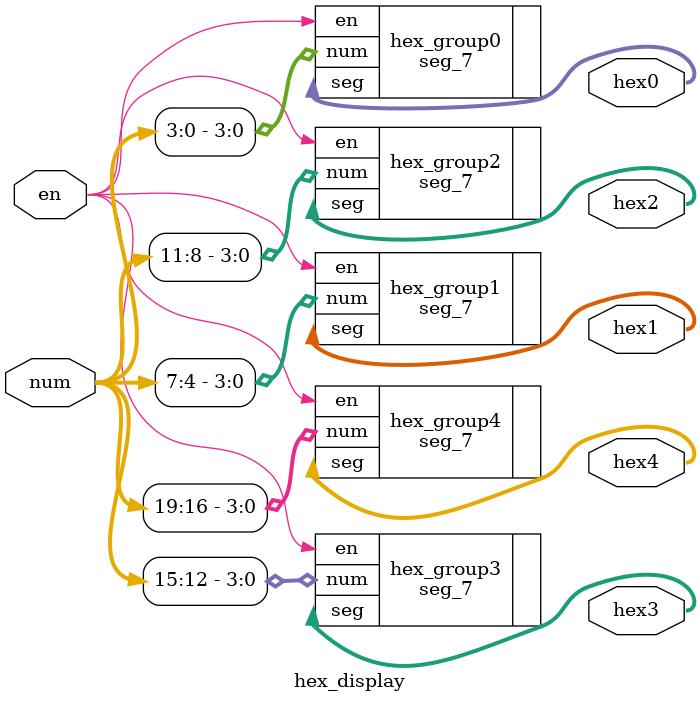
<source format=v>
/*
 *  Copyright (c) 2009  Zeus Gomez Marmolejo <zeus@opencores.org>
 *
 *  This file is part of the Zet processor. This processor is free
 *  hardware; you can redistribute it and/or modify it under the terms of
 *  the GNU General Public License as published by the Free Software
 *  Foundation; either version 3, or (at your option) any later version.
 *
 *  Zet is distrubuted in the hope that it will be useful, but WITHOUT
 *  ANY WARRANTY; without even the implied warranty of MERCHANTABILITY
 *  or FITNESS FOR A PARTICULAR PURPOSE. See the GNU General Public
 *  License for more details.
 *
 *  You should have received a copy of the GNU General Public License
 *  along with Zet; see the file COPYING. If not, see
 *  <http://www.gnu.org/licenses/>.
 */

module hex_display (
    input  [19:0] num,
    input         en,

    output [6:0] hex0,
    output [6:0] hex1,
    output [6:0] hex2,
    output [6:0] hex3,
	 output [6:0] hex4
  );

  // Module instantiations
  seg_7 hex_group0 (
    .num (num[3:0]),
    .en  (en),
    .seg (hex0)
  );

  seg_7 hex_group1 (
    .num (num[7:4]),
    .en  (en),
    .seg (hex1)
  );

  seg_7 hex_group2 (
    .num (num[11:8]),
    .en  (en),
    .seg (hex2)
  );

  seg_7 hex_group3 (
    .num (num[15:12]),
    .en  (en),
    .seg (hex3)
  );

  seg_7 hex_group4 (
    .num (num[19:16]),
    .en  (en),
    .seg (hex4)
  );
endmodule

</source>
